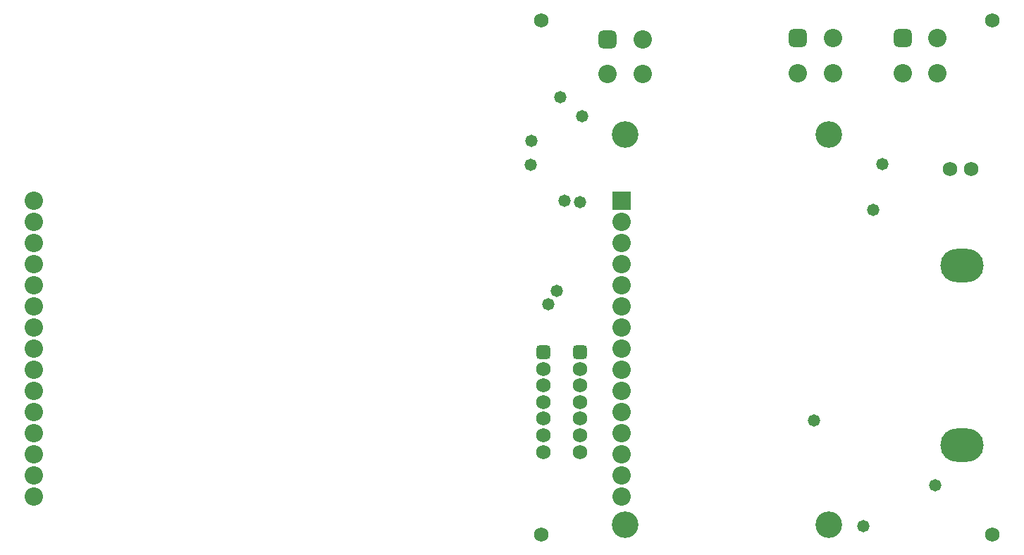
<source format=gbr>
%FSTAX23Y23*%
%MOMM*%
%SFA1B1*%

%IPPOS*%
%AMD39*
4,1,8,0.599440,2.001520,-0.599440,2.001520,-2.600960,0.000000,-2.600960,0.000000,-0.599440,-2.001520,0.599440,-2.001520,2.600960,0.000000,2.600960,0.000000,0.599440,2.001520,0.0*
1,1,4.003200,0.599440,0.000000*
1,1,4.003200,-0.599440,0.000000*
1,1,4.003200,-0.599440,0.000000*
1,1,4.003200,0.599440,0.000000*
%
%AMD41*
4,1,8,0.381000,0.863600,-0.381000,0.863600,-0.863600,0.381000,-0.863600,-0.381000,-0.381000,-0.863600,0.381000,-0.863600,0.863600,-0.381000,0.863600,0.381000,0.381000,0.863600,0.0*
1,1,0.965200,0.381000,0.381000*
1,1,0.965200,-0.381000,0.381000*
1,1,0.965200,-0.381000,-0.381000*
1,1,0.965200,0.381000,-0.381000*
%
%AMD42*
4,1,8,0.500380,1.102360,-0.500380,1.102360,-1.102360,0.500380,-1.102360,-0.500380,-0.500380,-1.102360,0.500380,-1.102360,1.102360,-0.500380,1.102360,0.500380,0.500380,1.102360,0.0*
1,1,1.203200,0.500380,0.500380*
1,1,1.203200,-0.500380,0.500380*
1,1,1.203200,-0.500380,-0.500380*
1,1,1.203200,0.500380,-0.500380*
%
%ADD36R,2.203196X2.203196*%
%ADD37C,2.203196*%
%ADD38C,3.203194*%
G04~CAMADD=39~8~0.0~0.0~2048.5~1576.1~788.0~0.0~15~0.0~0.0~0.0~0.0~0~0.0~0.0~0.0~0.0~0~0.0~0.0~0.0~0.0~2048.5~1576.1*
%ADD39D39*%
%ADD40C,1.727197*%
G04~CAMADD=41~8~0.0~0.0~680.0~680.0~190.0~0.0~15~0.0~0.0~0.0~0.0~0~0.0~0.0~0.0~0.0~0~0.0~0.0~0.0~0.0~680.0~680.0*
%ADD41D41*%
G04~CAMADD=42~8~0.0~0.0~867.4~867.4~236.9~0.0~15~0.0~0.0~0.0~0.0~0~0.0~0.0~0.0~0.0~0~0.0~0.0~0.0~0.0~867.4~867.4*
%ADD42D42*%
%ADD43C,1.727197*%
%ADD44C,1.473197*%
%LNecu_freio_2024_equipe_imperador_soldermask_bot-1*%
%LPD*%
G54D36*
X8128Y95905D03*
G54D37*
X8128Y93365D03*
Y90825D03*
Y88285D03*
Y85745D03*
Y83205D03*
Y80665D03*
Y78125D03*
Y75585D03*
Y73045D03*
Y70505D03*
Y67965D03*
Y65425D03*
Y62885D03*
Y60345D03*
X10668Y95905D03*
Y93365D03*
Y90825D03*
Y88285D03*
Y85745D03*
Y83205D03*
Y80665D03*
Y78125D03*
Y75585D03*
Y73045D03*
Y70505D03*
Y67965D03*
Y65425D03*
Y62885D03*
Y60345D03*
X102489Y111252D03*
X106688Y115451D03*
Y111252D03*
X7962Y111116D03*
X8382Y115316D03*
Y111116D03*
X115053Y111252D03*
X119253Y115451D03*
Y111252D03*
G54D38*
X81699Y56916D03*
X106209D03*
Y103865D03*
X81699D03*
G54D39*
X122174Y66548D03*
Y88138D03*
G54D40*
X123317Y99695D03*
X120777D03*
X76327Y65659D03*
Y67691D03*
Y6969D03*
Y7169D03*
Y7369D03*
Y7569D03*
X71882Y65659D03*
Y67691D03*
Y6969D03*
Y7169D03*
Y7369D03*
Y7569D03*
G54D41*
X76327Y7769D03*
X71882D03*
G54D42*
X102489Y115451D03*
X7962Y115316D03*
X115053Y115451D03*
G54D43*
X125857Y117602D03*
Y55753D03*
X71628D03*
Y117602D03*
G54D44*
X72517Y83439D03*
X118999Y61722D03*
X111569Y94805D03*
X104394Y69469D03*
X70358Y100203D03*
X70485Y103124D03*
X74422Y95885D03*
X76327Y95758D03*
X76581Y106045D03*
X73914Y108331D03*
X110363Y56769D03*
X73533Y8509D03*
X112649Y100253D03*
M02*
</source>
